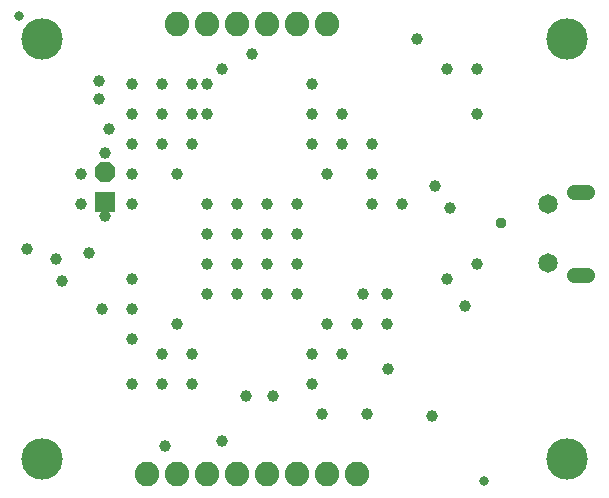
<source format=gbr>
G04 EAGLE Gerber RS-274X export*
G75*
%MOMM*%
%FSLAX34Y34*%
%LPD*%
%INSoldermask Bottom*%
%IPPOS*%
%AMOC8*
5,1,8,0,0,1.08239X$1,22.5*%
G01*
%ADD10C,3.505200*%
%ADD11C,0.838200*%
%ADD12C,2.082800*%
%ADD13C,1.653200*%
%ADD14C,1.311200*%
%ADD15R,1.727200X1.727200*%
%ADD16P,1.869504X8X202.500000*%
%ADD17C,0.990600*%
%ADD18C,0.959600*%


D10*
X190500Y762000D03*
X635000Y762000D03*
D11*
X565150Y387350D03*
X171450Y781050D03*
D10*
X190500Y406400D03*
X635000Y406400D03*
D12*
X304800Y774700D03*
X330200Y774700D03*
X355600Y774700D03*
X381000Y774700D03*
X406400Y774700D03*
X431800Y774700D03*
X457200Y393700D03*
X431800Y393700D03*
X406400Y393700D03*
X381000Y393700D03*
X355600Y393700D03*
X330200Y393700D03*
X304800Y393700D03*
X279400Y393700D03*
D13*
X619120Y571900D03*
X619120Y621900D03*
D14*
X640580Y561900D02*
X651660Y561900D01*
X651660Y631900D02*
X640580Y631900D01*
D15*
X243840Y623570D03*
D16*
X243840Y648970D03*
D17*
X177800Y584200D03*
X558800Y571500D03*
X520700Y442722D03*
X330200Y622300D03*
X355600Y622300D03*
X381000Y622300D03*
X406400Y622300D03*
X330200Y571500D03*
X355600Y571500D03*
X381000Y571500D03*
X406400Y571500D03*
X330200Y596900D03*
X355600Y596900D03*
X381000Y596900D03*
X406400Y596900D03*
X266700Y558800D03*
X266700Y533400D03*
X266700Y508000D03*
X292100Y495300D03*
X304800Y520700D03*
X431800Y520700D03*
X431800Y647700D03*
X304800Y647700D03*
X266700Y622300D03*
X266700Y647700D03*
X266700Y673100D03*
X292100Y673100D03*
X444500Y673100D03*
X469900Y673100D03*
X469900Y647700D03*
X469900Y622300D03*
X444500Y495300D03*
X419100Y495300D03*
X317500Y495300D03*
X317500Y673100D03*
X419100Y673100D03*
X508000Y762000D03*
X533400Y736600D03*
X558800Y736600D03*
X558800Y698500D03*
X330200Y546100D03*
X355600Y546100D03*
X381000Y546100D03*
X406400Y546100D03*
X330200Y698500D03*
X292100Y698500D03*
X266700Y698500D03*
X419100Y698500D03*
X444500Y698500D03*
X419100Y723900D03*
X457200Y520700D03*
X482600Y520700D03*
X482600Y546100D03*
X462280Y546100D03*
X533400Y558800D03*
X495300Y622300D03*
X330200Y723900D03*
X292100Y723900D03*
X266700Y723900D03*
X317500Y698500D03*
X317500Y723900D03*
X317500Y469900D03*
X292100Y469900D03*
X266700Y469900D03*
X241300Y533400D03*
X419100Y469900D03*
X223520Y647700D03*
X223520Y622300D03*
X243840Y665480D03*
X238760Y726440D03*
X238760Y711200D03*
X386080Y459740D03*
X363220Y459740D03*
X243840Y612140D03*
X523240Y637540D03*
D18*
X579120Y605790D03*
D17*
X465700Y444500D03*
X207518Y556768D03*
X483362Y482092D03*
X202438Y575056D03*
X427600Y444500D03*
X294894Y416814D03*
X368300Y749300D03*
X230124Y580644D03*
X247650Y685800D03*
X342900Y736600D03*
X342646Y421386D03*
X535940Y618490D03*
X548640Y535940D03*
M02*

</source>
